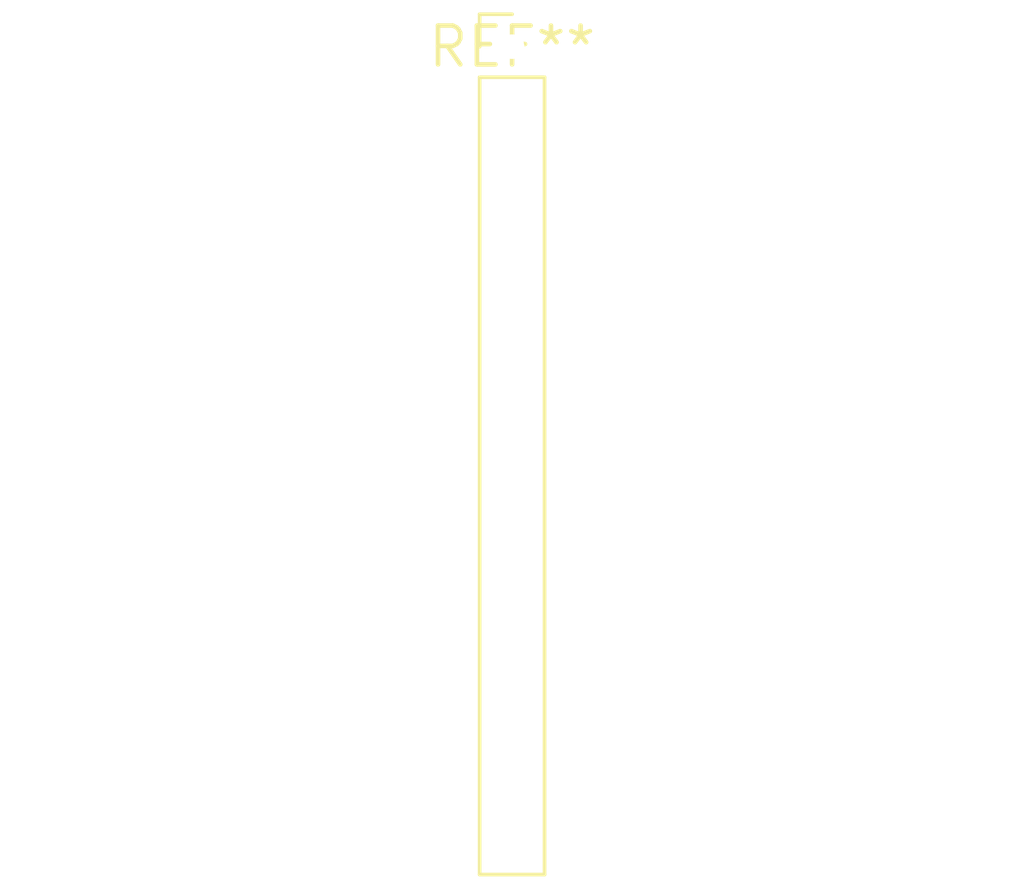
<source format=kicad_pcb>
(kicad_pcb (version 20240108) (generator pcbnew)
  (layers (0 "F.Cu" signal) (31 "B.Cu" signal) (34 "B.Paste" user) (35 "F.Paste" user) (36 "B.SilkS" user "B.Silkscreen") (37 "F.SilkS" user "F.Silkscreen") (38 "B.Mask" user) (39 "F.Mask" user) (44 "Edge.Cuts" user))
  (net 0 "")
  (footprint "PinHeader_1x14_P2.00mm_Vertical" (layer "F.Cu") (at 0 0)
    (property "Reference" "REF**")
    (property "Value" "PinHeader_1x14_P2.00mm_Vertical")
    (fp_line (start -1.06 -1.06) (end 0 -1.06) (layer "F.SilkS") (stroke (width 0.12)))
    (fp_line (start -1.06 0) (end -1.06 -1.06) (layer "F.SilkS") (stroke (width 0.12)))
    (fp_line (start -1.06 1) (end -1.06 27.06) (layer "F.SilkS") (stroke (width 0.12)))
    (fp_line (start -1.06 1) (end 1.06 1) (layer "F.SilkS") (stroke (width 0.12)))
    (fp_line (start -1.06 27.06) (end 1.06 27.06) (layer "F.SilkS") (stroke (width 0.12)))
    (fp_line (start 1.06 1) (end 1.06 27.06) (layer "F.SilkS") (stroke (width 0.12)))
    (pad "1" thru_hole rect (at 0 0) (size 1.35 1.35) (drill 0.8) (layers *.Cu *.Mask) (remove_unused_layers))
    (pad "2" thru_hole oval (at 0 2) (size 1.35 1.35) (drill 0.8) (layers *.Cu *.Mask) (remove_unused_layers))
    (pad "3" thru_hole oval (at 0 4) (size 1.35 1.35) (drill 0.8) (layers *.Cu *.Mask) (remove_unused_layers))
    (pad "4" thru_hole oval (at 0 6) (size 1.35 1.35) (drill 0.8) (layers *.Cu *.Mask) (remove_unused_layers))
    (pad "5" thru_hole oval (at 0 8) (size 1.35 1.35) (drill 0.8) (layers *.Cu *.Mask) (remove_unused_layers))
    (pad "6" thru_hole oval (at 0 10) (size 1.35 1.35) (drill 0.8) (layers *.Cu *.Mask) (remove_unused_layers))
    (pad "7" thru_hole oval (at 0 12) (size 1.35 1.35) (drill 0.8) (layers *.Cu *.Mask) (remove_unused_layers))
    (pad "8" thru_hole oval (at 0 14) (size 1.35 1.35) (drill 0.8) (layers *.Cu *.Mask) (remove_unused_layers))
    (pad "9" thru_hole oval (at 0 16) (size 1.35 1.35) (drill 0.8) (layers *.Cu *.Mask) (remove_unused_layers))
    (pad "10" thru_hole oval (at 0 18) (size 1.35 1.35) (drill 0.8) (layers *.Cu *.Mask) (remove_unused_layers))
    (pad "11" thru_hole oval (at 0 20) (size 1.35 1.35) (drill 0.8) (layers *.Cu *.Mask) (remove_unused_layers))
    (pad "12" thru_hole oval (at 0 22) (size 1.35 1.35) (drill 0.8) (layers *.Cu *.Mask) (remove_unused_layers))
    (pad "13" thru_hole oval (at 0 24) (size 1.35 1.35) (drill 0.8) (layers *.Cu *.Mask) (remove_unused_layers))
    (pad "14" thru_hole oval (at 0 26) (size 1.35 1.35) (drill 0.8) (layers *.Cu *.Mask) (remove_unused_layers))
  )
)
</source>
